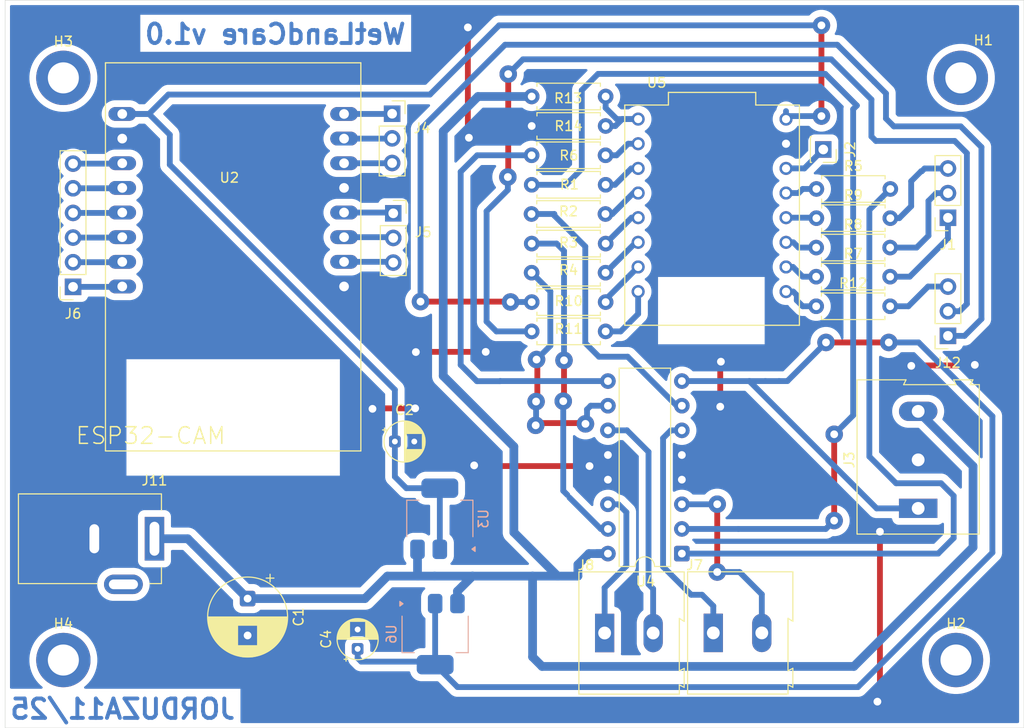
<source format=kicad_pcb>
(kicad_pcb (version 20241229) (generator "pcbnew") (generator_version "9.0")
  (layers (0 "F.Cu" signal) (2 "B.Cu" signal) (13 "F.Paste" user) (15 "B.Paste" user) (5 "F.SilkS" user "F.Silkscreen") (7 "B.SilkS" user "B.Silkscreen") (1 "F.Mask" user) (3 "B.Mask" user) (25 "Edge.Cuts" user))
  (net 0 "")
  (net 1 "GND")
  (net 2 "/5V_MCU")
  (net 3 "VCC")
  (net 4 "/5V_DRIVERS")
  (net 5 "Net-(U4-3A)")
  (net 6 "Net-(U4-4A)")
  (net 7 "Net-(J1-Pin_2)")
  (net 8 "Net-(U4-EN1,2)")
  (net 9 "Net-(U4-EN3,4)")
  (net 10 "Net-(U4-2A)")
  (net 11 "Net-(U4-1A)")
  (net 12 "Net-(J1-Pin_3)")
  (net 13 "Net-(J1-Pin_1)")
  (net 14 "Net-(J2-Pin_1)")
  (net 15 "/PWM_MR")
  (net 16 "/PWM_RR")
  (net 17 "/DI2_MR")
  (net 18 "Net-(J4-Pin_2)")
  (net 19 "/DI1_RL")
  (net 20 "/PWM_ML")
  (net 21 "/DI2_RR")
  (net 22 "/DI1_MR")
  (net 23 "/DI1_RR")
  (net 24 "/PWM_RL")
  (net 25 "Net-(J4-Pin_3)")
  (net 26 "/DI2_RL")
  (net 27 "/DI1_ML")
  (net 28 "/DI2_ML")
  (net 29 "Net-(J4-Pin_1)")
  (net 30 "Net-(J5-Pin_1)")
  (net 31 "Net-(J5-Pin_3)")
  (net 32 "Net-(J5-Pin_2)")
  (net 33 "Net-(J6-Pin_3)")
  (net 34 "Net-(J6-Pin_1)")
  (net 35 "Net-(J6-Pin_2)")
  (net 36 "Net-(J6-Pin_6)")
  (net 37 "Net-(J6-Pin_4)")
  (net 38 "Net-(J6-Pin_5)")
  (net 39 "Net-(J7-Pin_1)")
  (net 40 "Net-(J7-Pin_2)")
  (net 41 "Net-(J8-Pin_1)")
  (net 42 "Net-(J8-Pin_2)")
  (net 43 "Net-(J12-Pin_1)")
  (net 44 "Net-(J12-Pin_3)")
  (net 45 "Net-(J12-Pin_2)")
  (net 46 "/BAT_LVL_SENS")
  (footprint "Capacitor_THT:CP_Radial_D8.0mm_P3.80mm" (layer "F.Cu") (at 169.99 94.167349 -90)
    (property "Reference" "C1")
    (property "Value" "470uF")
  )
  (footprint "Resistor_THT:R_Axial_DIN0207_L6.3mm_D2.5mm_P7.62mm_Horizontal" (layer "F.Cu") (at 228.59 64.04)
    (property "Reference" "R12")
    (property "Value" "330R")
  )
  (footprint "Resistor_THT:R_Axial_DIN0207_L6.3mm_D2.5mm_P7.62mm_Horizontal" (layer "F.Cu") (at 206.89 51.52 180)
    (property "Reference" "R1")
    (property "Value" "330R")
  )
  (footprint "Connector_PinSocket_2.54mm:PinSocket_1x03_P2.54mm_Vertical" (layer "F.Cu") (at 242.17 67.09 180)
    (property "Reference" "J12")
    (property "Value" "M2MR1_CONTROL")
  )
  (footprint "Resistor_THT:R_Axial_DIN0207_L6.3mm_D2.5mm_P7.62mm_Horizontal" (layer "F.Cu") (at 228.59 57.99)
    (property "Reference" "R8")
    (property "Value" "330R")
  )
  (footprint "ESP32 C3 SuperMini:MODULE_ESP32-C3_SUPERMINI_TH" (layer "F.Cu") (at 217.86 54.65)
    (property "Reference" "U5")
    (property "Value" "ESP32-C3_SUPERMINI_TH")
  )
  (footprint "Connector_BarrelJack:BarrelJack_Kycon_KLDX-0202-xC_Horizontal" (layer "F.Cu") (at 160.39 88)
    (property "Reference" "J11")
    (property "Value" "Barrel_Jack_MountingPin")
  )
  (footprint "MountingHole:MountingHole_3.2mm_M3_DIN965_Pad" (layer "F.Cu") (at 243 100.5)
    (property "Reference" "H2")
    (property "Value" "MountingHole")
  )
  (footprint "Resistor_THT:R_Axial_DIN0207_L6.3mm_D2.5mm_P7.62mm_Horizontal" (layer "F.Cu") (at 206.88 60.58 180)
    (property "Reference" "R4")
    (property "Value" "330R")
  )
  (footprint "ESP32CAM:ESP32-CAM" (layer "F.Cu") (at 168.5 54.38)
    (property "Reference" "U2")
    (property "Value" "ESP32-CAM")
  )
  (footprint "MountingHole:MountingHole_3.2mm_M3_DIN965_Pad" (layer "F.Cu") (at 151 40.5)
    (property "Reference" "H3")
    (property "Value" "MountingHole")
  )
  (footprint "Resistor_THT:R_Axial_DIN0207_L6.3mm_D2.5mm_P7.62mm_Horizontal" (layer "F.Cu") (at 206.89 57.58 180)
    (property "Reference" "R3")
    (property "Value" "330R")
  )
  (footprint "MountingHole:MountingHole_3.2mm_M3_DIN965_Pad" (layer "F.Cu") (at 243.5 40.5)
    (property "Reference" "H1")
    (property "Value" "MountingHole" (hide yes))
  )
  (footprint "Resistor_THT:R_Axial_DIN0207_L6.3mm_D2.5mm_P7.62mm_Horizontal" (layer "F.Cu") (at 206.88 48.48 180)
    (property "Reference" "R6")
    (property "Value" "330R")
  )
  (footprint "Package_DIP:DIP-16_W7.62mm" (layer "F.Cu") (at 214.745 89.53 180)
    (property "Reference" "U4")
    (property "Value" "L293D")
  )
  (footprint "Resistor_THT:R_Axial_DIN0207_L6.3mm_D2.5mm_P7.62mm_Horizontal" (layer "F.Cu") (at 228.59 60.99)
    (property "Reference" "R7")
    (property "Value" "330R")
  )
  (footprint "Resistor_THT:R_Axial_DIN0207_L6.3mm_D2.5mm_P7.62mm_Horizontal" (layer "F.Cu") (at 206.89 63.61 180)
    (property "Reference" "R10")
    (property "Value" "330R")
  )
  (footprint "Connector_PinSocket_2.54mm:PinSocket_1x03_P2.54mm_Vertical" (layer "F.Cu") (at 184.885 44.195)
    (property "Reference" "J4")
    (property "Value" "Conn_01x03_Socket")
  )
  (footprint "Resistor_THT:R_Axial_DIN0207_L6.3mm_D2.5mm_P7.62mm_Horizontal" (layer "F.Cu") (at 228.61 54.96)
    (property "Reference" "R9")
    (property "Value" "330R")
  )
  (footprint "Connector_PinSocket_2.54mm:PinSocket_1x03_P2.54mm_Vertical" (layer "F.Cu") (at 185 54.46)
    (property "Reference" "J5")
    (property "Value" "Conn_01x03_Socket")
  )
  (footprint "TerminalBlock:TerminalBlock_Altech_AK300-3_P5.00mm" (layer "F.Cu") (at 239.1 84.87 90)
    (property "Reference" "J3")
    (property "Value" "Screw_Terminal_01x03")
  )
  (footprint "Connector_PinSocket_2.54mm:PinSocket_1x06_P2.54mm_Vertical" (layer "F.Cu") (at 152 62.04 180)
    (property "Reference" "J6")
    (property "Value" "Conn_01x06_Socket")
  )
  (footprint "Resistor_THT:R_Axial_DIN0207_L6.3mm_D2.5mm_P7.62mm_Horizontal" (layer "F.Cu") (at 206.89 45.46 180)
    (property "Reference" "R14")
    (property "Value" "150K")
  )
  (footprint "MountingHole:MountingHole_3.2mm_M3_DIN965_Pad" (layer "F.Cu") (at 151 100.5)
    (property "Reference" "H4")
    (property "Value" "MountingHole")
  )
  (footprint "TerminalBlock:TerminalBlock_Altech_AK300-2_P5.00mm" (layer "F.Cu") (at 217.985 97.705)
    (property "Reference" "J7")
    (property "Value" "M3RL1_BLOCK")
  )
  (footprint "TerminalBlock:TerminalBlock_Altech_AK300-2_P5.00mm" (layer "F.Cu") (at 206.785 97.715)
    (property "Reference" "J8")
    (property "Value" "M4RR1_BLOCK")
  )
  (footprint "Resistor_THT:R_Axial_DIN0207_L6.3mm_D2.5mm_P7.62mm_Horizontal" (layer "F.Cu") (at 206.87 54.53 180)
    (property "Reference" "R2")
    (property "Value" "330R")
  )
  (footprint "Resistor_THT:R_Axial_DIN0207_L6.3mm_D2.5mm_P7.62mm_Horizontal" (layer "F.Cu") (at 228.61 51.95)
    (property "Reference" "R5")
    (property "Value" "330R")
  )
  (footprint "Resistor_THT:R_Axial_DIN0207_L6.3mm_D2.5mm_P7.62mm_Horizontal" (layer "F.Cu") (at 206.89 66.63 180)
    (property "Reference" "R11")
    (property "Value" "330R")
  )
  (footprint "Capacitor_THT:CP_Radial_D4.0mm_P2.00mm" (layer "F.Cu") (at 185.167401 77.98)
    (property "Reference" "C2")
    (property "Value" "10uF")
  )
  (footprint "Capacitor_THT:CP_Radial_D4.0mm_P2.00mm" (layer "F.Cu") (at 181.33 99.35 90)
    (property "Reference" "C4")
    (property "Value" "10uF")
  )
  (footprint "Connector_PinSocket_2.54mm:PinSocket_1x01_P2.54mm_Vertical" (layer "F.Cu") (at 229.32 47.88 -90)
    (property "Reference" "J2")
    (property "Value" "Conn_01x01_Pin")
  )
  (footprint "Connector_PinSocket_2.54mm:PinSocket_1x03_P2.54mm_Vertical" (layer "F.Cu") (at 242.17 54.92 180)
    (property "Reference" "J1")
    (property "Value" "M1ML1_CONTROL")
  )
  (footprint "Resistor_THT:R_Axial_DIN0207_L6.3mm_D2.5mm_P7.62mm_Horizontal" (layer "F.Cu") (at 199.27 42.42)
    (property "Reference" "R13")
    (property "Value" "220K")
  )
  (footprint "Package_TO_SOT_SMD:SOT-223-3_TabPin2" (layer "B.Cu") (at 189.3175 97.83 -90)
    (property "Reference" "U6")
    (property "Value" "AMS1117-5.0")
  )
  (footprint "Package_TO_SOT_SMD:SOT-223-3_TabPin2" (layer "B.Cu") (at 189.8 85.94 90)
    (property "Reference" "U3")
    (property "Value" "AMS1117-5.0")
  )
  (gr_rect (start 145 32.5) (end 250 107.5) (stroke (width 0.05)) (fill no) (layer "Edge.Cuts"))
  (gr_text "JORDUZA11/25" (at 157.11 105.56 0) (layer "B.Cu") (effects (font (size 2 2) (thickness 0.4) (bold yes)) (justify mirror)))
  (gr_text "WetLandCare v1.0" (at 172.84 37.17 0) (layer "B.Cu") (effects (font (size 2 2) (thickness 0.4) (bold yes)) (justify bottom mirror)))
  (segment (start 192.69 46.564141) (end 192.69 35.3) (width 0.6) (layer "F.Cu") (net 1))
  (segment (start 238.43 70.14) (end 238.39 70.18) (width 0.6) (layer "F.Cu") (net 1))
  (segment (start 244.94 70.08) (end 244.88 70.14) (width 0.6) (layer "F.Cu") (net 1))
  (segment (start 192.796921 46.671062) (end 192.69 46.564141) (width 0.6) (layer "F.Cu") (net 1))
  (segment (start 187.35 68.74) (end 187.33 68.76) (width 0.6) (layer "F.Cu") (net 1))
  (segment (start 235.16 87.27) (end 235.16 104.53) (width 0.6) (layer "F.Cu") (net 1))
  (segment (start 244.88 70.14) (end 238.43 70.14) (width 0.6) (layer "F.Cu") (net 1))
  (segment (start 193.41 80.51) (end 193.34 80.44) (width 0.6) (layer "F.Cu") (net 1))
  (segment (start 235.16 104.53) (end 234.9 104.79) (width 0.6) (layer "F.Cu") (net 1))
  (segment (start 205.23 80.51) (end 193.41 80.51) (width 0.6) (layer "F.Cu") (net 1))
  (segment (start 218.7 69.82) (end 218.77 69.75) (width 0.6) (layer "F.Cu") (net 1))
  (segment (start 187.26 74.56) (end 182.91 74.56) (width 0.6) (layer "F.Cu") (net 1))
  (segment (start 194.53 68.74) (end 187.35 68.74) (width 0.6) (layer "F.Cu") (net 1))
  (segment (start 218.7 74.39) (end 218.7 69.82) (width 0.6) (layer "F.Cu") (net 1))
  (segment (start 182.91 74.56) (end 182.86 74.61) (width 0.6) (layer "F.Cu") (net 1))
  (via (at 238.39 70.18) (size 1.8) (drill 0.8) (layers "F.Cu" "B.Cu") (net 1))
  (via (at 234.9 104.79) (size 1.8) (drill 0.8) (layers "F.Cu" "B.Cu") (net 1))
  (via (at 194.53 68.74) (size 1.8) (drill 0.8) (layers "F.Cu" "B.Cu") (net 1))
  (via (at 244.94 70.08) (size 1.8) (drill 0.8) (layers "F.Cu" "B.Cu") (net 1))
  (via (at 192.796921 46.671062) (size 1.8) (drill 0.8) (layers "F.Cu" "B.Cu") (net 1))
  (via (at 187.33 68.76) (size 1.8) (drill 0.8) (layers "F.Cu" "B.Cu") (net 1))
  (via (at 182.86 74.61) (size 1.8) (drill 0.8) (layers "F.Cu" "B.Cu") (net 1))
  (via (at 218.7 74.39) (size 1.8) (drill 0.8) (layers "F.Cu" "B.Cu") (net 1))
  (via (at 192.69 35.3) (size 1.8) (drill 0.8) (layers "F.Cu" "B.Cu") (net 1))
  (via (at 235.16 87.27) (size 1.8) (drill 0.8) (layers "F.Cu" "B.Cu") (net 1))
  (via (at 187.26 74.56) (size 1.8) (drill 0.8) (layers "F.Cu" "B.Cu") (net 1))
  (via (at 218.77 69.75) (size 1.8) (drill 0.8) (layers "F.Cu" "B.Cu") (net 1))
  (via (at 205.23 80.51) (size 1.8) (drill 0.8) (layers "F.Cu" "B.Cu") (net 1))
  (via (at 193.34 80.44) (size 1.8) (drill 0.8) (layers "F.Cu" "B.Cu") (net 1))
  (segment (start 187.167401 74.652599) (end 187.26 74.56) (width 0.6) (layer "B.Cu") (net 1))
  (segment (start 207.125 79.37) (end 206.37 79.37) (width 0.6) (layer "B.Cu") (net 1))
  (segment (start 229.13 35.088) (end 229.13 44.44) (width 0.6) (layer "F.Cu") (net 2))
  (via (at 229.13 44.44) (size 1.8) (drill 0.8) (layers "F.Cu" "B.Cu") (net 2))
  (via (at 229.13 35.088) (size 1.8) (drill 0.8) (layers "F.Cu" "B.Cu") (net 2))
  (segment (start 185.167401 77.98) (end 185.167401 78.082599) (width 0.6) (layer "B.Cu") (net 2))
  (segment (start 189.8 82.79) (end 189.8 89.09) (width 0.6) (layer "B.Cu") (net 2))
  (segment (start 161.82 42.22) (end 159.82 44.22) (width 0.6) (layer "B.Cu") (net 2))
  (segment (start 161.97 49.45) (end 185.167401 72.647401) (width 0.6) (layer "B.Cu") (net 2))
  (segment (start 185.167401 81.607401) (end 186.35 82.79) (width 0.6) (layer "B.Cu") (net 2))
  (segment (start 225.79 44.44) (end 225.48 44.75) (width 0.6) (layer "B.Cu") (net 2))
  (segment (start 225.48 44.75) (end 225.48 43.93) (width 0.6) (layer "B.Cu") (net 2))
  (segment (start 229.13 35.088) (end 195.912 35.088) (width 0.6) (layer "B.Cu") (net 2))
  (segment (start 186.35 82.79) (end 189.8 82.79) (width 0.6) (layer "B.Cu") (net 2))
  (segment (start 188.78 42.22) (end 161.82 42.22) (width 0.6) (layer "B.Cu") (net 2))
  (segment (start 157.07 44.22) (end 159.83 44.22) (width 0.6) (layer "B.Cu") (net 2))
  (segment (start 159.83 44.22) (end 161.97 46.36) (width 0.6) (layer "B.Cu") (net 2))
  (segment (start 185.167401 72.647401) (end 185.167401 77.98) (width 0.6) (layer "B.Cu") (net 2))
  (segment (start 185.167401 78.082599) (end 185.1 78.15) (width 0.6) (layer "B.Cu") (net 2))
  (segment (start 161.97 46.36) (end 161.97 49.45) (width 0.6) (layer "B.Cu") (net 2))
  (segment (start 195.912 35.088) (end 188.78 42.22) (width 0.6) (layer "B.Cu") (net 2))
  (segment (start 159.82 44.22) (end 157.07 44.22) (width 0.6) (layer "B.Cu") (net 2))
  (segment (start 229.13 44.44) (end 225.79 44.44) (width 0.6) (layer "B.Cu") (net 2))
  (segment (start 185.167401 77.98) (end 185.167401 81.607401) (width 0.6) (layer "B.Cu") (net 2))
  (segment (start 193.736394 42.42) (end 190.15 46.006394) (width 0.9) (layer "B.Cu") (net 3))
  (segment (start 199.36 91.85) (end 201.94 91.85) (width 0.9) (layer "B.Cu") (net 3))
  (segment (start 191.6175 94.68) (end 191.8175 94.88) (width 0.9) (layer "B.Cu") (net 3))
  (segment (start 199.27 42.42) (end 193.736394 42.42) (width 0.9) (layer "B.Cu") (net 3))
  (segment (start 205.99363 89.53) (end 207.125 89.53) (width 0.9) (layer "B.Cu") (net 3))
  (segment (start 204.03 91.85) (end 204.03 90.67) (width 0.9) (layer "B.Cu") (net 3))
  (segment (start 190.15 46.006394) (end 190.15 71.22) (width 0.9) (layer "B.Cu") (net 3))
  (segment (start 169.99 94.167349) (end 182.082651 94.167349) (width 0.9) (layer "B.Cu") (net 3))
  (segment (start 191.6175 93.4025) (end 193.17 91.85) (width 0.9) (layer "B.Cu") (net 3))
  (segment (start 163.82265 88) (end 164.436325 88.613675) (width 0.9) (layer "B.Cu") (net 3))
  (segment (start 197.43 78.5) (end 197.43 87.34) (width 0.9) (layer "B.Cu") (net 3))
  (segment (start 182.082651 94.167349) (end 184.4 91.85) (width 0.9) (layer "B.Cu") (net 3))
  (segment (start 164.436325 88.613675) (end 169.99 94.167349) (width 0.9) (layer "B.Cu") (net 3))
  (segment (start 201.94 91.85) (end 204.03 91.85) (width 0.9) (layer "B.Cu") (net 3))
  (segment (start 200.34 101.16) (end 232.473002 101.16) (width 0.9) (layer "B.Cu") (net 3))
  (segment (start 184.4 91.85) (end 187.54 91.85) (width 0.9) (layer "B.Cu") (net 3))
  (segment (start 205.17 89.53) (end 207.125 89.53) (width 0.9) (layer "B.Cu") (net 3))
  (segment (start 232.473002 101.16) (end 244.755657 88.877345) (width 0.9) (layer "B.Cu") (net 3))
  (segment (start 204.03 90.67) (end 205.17 89.53) (width 0.9) (layer "B.Cu") (net 3))
  (segment (start 187.5 89.09) (end 187.5 91.81) (width 0.9) (layer "B.Cu") (net 3))
  (segment (start 199.36 100.18) (end 200.34 101.16) (width 0.9) (layer "B.Cu") (net 3))
  (segment (start 193.17 91.85) (end 199.36 91.85) (width 0.9) (layer "B.Cu") (net 3))
  (segment (start 189.26 91.85) (end 193.17 91.85) (width 0.9) (layer "B.Cu") (net 3))
  (segment (start 244.755657 80.525657) (end 239.1 74.87) (width 0.9) (layer "B.Cu") (net 3))
  (segment (start 190.15 71.22) (end 197.43 78.5) (width 0.9) (layer "B.Cu") (net 3))
  (segment (start 191.6175 94.68) (end 191.6175 93.4025) (width 0.9) (layer "B.Cu") (net 3))
  (segment (start 244.755657 88.877345) (end 244.755657 80.525657) (width 0.9) (layer "B.Cu") (net 3))
  (segment (start 199.36 91.85) (end 199.36 100.18) (width 0.9) (layer "B.Cu") (net 3))
  (segment (start 187.54 91.85) (end 189.26 91.85) (width 0.9) (layer "B.Cu") (net 3))
  (segment (start 160.39 88) (end 163.82265 88) (width 0.9) (layer "B.Cu") (net 3))
  (segment (start 187.5 91.81) (end 187.54 91.85) (width 0.9) (layer "B.Cu") (net 3))
  (segment (start 197.43 87.34) (end 201.94 91.85) (width 0.9) (layer "B.Cu") (net 3))
  (segment (start 229.6 67.77) (end 236.07 67.77) (width 0.6) (layer "F.Cu") (net 4))
  (via (at 229.6 67.77) (size 1.8) (drill 0.8) (layers "F.Cu" "B.Cu") (net 4))
  (via (at 236.07 67.77) (size 1.8) (drill 0.8) (layers "F.Cu" "B.Cu") (net 4))
  (segment (start 224.77 71.75) (end 225.62 71.75) (width 0.6) (layer "B.Cu") (net 4))
  (segment (start 239.148 67.77) (end 246.75 75.372) (width 0.6) (layer "B.Cu") (net 4))
  (segment (start 191.6275 103.29) (end 189.3175 100.98) (width 0.6) (layer "B.Cu") (net 4))
  (segment (start 181.33 100.293838) (end 181.7 100.663838) (width 0.6) (layer "B.Cu") (net 4))
  (segment (start 189.2001 100.8626) (end 189.3175 100.98) (width 0.6) (layer "B.Cu") (net 4))
  (segment (start 214.745 71.75) (end 221.7 71.75) (width 0.6) (layer "B.Cu") (net 4))
  (segment (start 223.35 71.75) (end 224.77 71.75) (width 0.6) (layer "B.Cu") (net 4))
  (segment (start 189.3175 94.68) (end 189.3175 100.98) (width 0.6) (layer "B.Cu") (net 4))
  (segment (start 181.33 99.35) (end 181.33 100.293838) (width 0.6) (layer "B.Cu") (net 4))
  (segment (start 221.7 71.75) (end 234.82 84.87) (width 0.6) (layer "B.Cu") (net 4))
  (segment (start 181.7 100.663838) (end 189.001338 100.663838) (width 0.6) (layer "B.Cu") (net 4))
  (segment (start 189.001338 100.663838) (end 189.3175 100.98) (width 0.6) (layer "B.Cu") (net 4))
  (segment (start 246.75 89.43) (end 232.89 103.29) (width 0.6) (layer "B.Cu") (net 4))
  (segment (start 221.7 71.75) (end 223.35 71.75) (width 0.6) (layer "B.Cu") (net 4))
  (segment (start 246.75 75.372) (end 246.75 89.43) (width 0.6) (layer "B.Cu") (net 4))
  (segment (start 239.1 84.87) (end 237.56 84.87) (width 0.6) (layer "B.Cu") (net 4))
  (segment (start 232.89 103.29) (end 191.6275 103.29) (width 0.6) (layer "B.Cu") (net 4))
  (segment (start 225.62 71.75) (end 229.6 67.77) (width 0.6) (layer "B.Cu") (net 4))
  (segment (start 234.82 84.87) (end 239.1 84.87) (width 0.6) (layer "B.Cu") (net 4))
  (segment (start 236.07 67.77) (end 239.148 67.77) (width 0.6) (layer "B.Cu") (net 4))
  (segment (start 199.85 69.61) (end 199.77 69.53) (width 0.6) (layer "F.Cu") (net 5))
  (segment (start 199.72 73.86) (end 199.85 73.73) (width 0.6) (layer "F.Cu") (net 5))
  (segment (start 199.68 76.31) (end 199.91 76.08) (width 0.6) (layer "F.Cu") (net 5))
  (segment (start 204.73 76.08) (end 204.81 76.16) (width 0.6) (layer "F.Cu") (net 5))
  (segment (start 199.91 76.08) (end 204.73 76.08) (width 0.6) (layer "F.Cu") (net 5))
  (segment (start 199.85 73.73) (end 199.85 69.61) (width 0.6) (layer "F.Cu") (net 5))
  (via (at 204.81 76.16) (size 1.8) (drill 0.8) (layers "F.Cu" "B.Cu") (net 5))
  (via (at 199.68 76.31) (size 1.8) (drill 0.8) (layers "F.Cu" "B.Cu") (net 5))
  (via (at 199.77 69.53) (size 1.8) (drill 0.8) (layers "F.Cu" "B.Cu") (net 5))
  (via (at 199.72 73.86) (size 1.8) (drill 0.8) (layers "F.Cu" "B.Cu") (net 5))
  (segment (start 204.97 74.67) (end 205.35 74.29) (width 0.6) (layer "B.Cu") (net 5))
  (segment (start 199.77 69.53) (end 201.19 68.11) (width 0.6) (layer "B.Cu") (net 5))
  (segment (start 204.97 76) (end 204.97 74.67) (width 0.6) (layer "B.Cu") (net 5))
  (segment (start 199.72 76.27) (end 199.72 73.86) (width 0.6) (layer "B.Cu") (net 5))
  (segment (start 199.68 76.31) (end 199.72 76.27) (width 0.6) (layer "B.Cu") (net 5))
  (segment (start 201.19 62.51) (end 199.26 60.58) (width 0.6) (layer "B.Cu") (net 5))
  (segment (start 204.81 76.16) (end 204.97 76) (width 0.6) (layer "B.Cu") (net 5))
  (segment (start 205.35 74.29) (end 207.125 74.29) (width 0.6) (layer "B.Cu") (net 5))
  (segment (start 201.19 68.11) (end 201.19 62.51) (width 0.6) (layer "B.Cu") (net 5))
  (segment (start 202.52 73.13) (end 202.6 73.05) (width 0.6) (layer "F.Cu") (net 6))
  (segment (start 202.52 73.82) (end 202.52 73.13) (width 0.6) (layer "F.Cu") (net 6))
  (segment (start 202.6 73.05) (end 202.6 69.61) (width 0.6) (layer "F.Cu") (net 6))
  (via (at 202.6 69.61) (size 1.8) (drill 0.8) (layers "F.Cu" "B.Cu") (net 6))
  (via (at 202.52 73.82) (size 1.8) (drill 0.8) (layers "F.Cu" "B.Cu") (net 6))
  (segment (start 203.159 83.759) (end 206.39 86.99) (width 0.6) (layer "B.Cu") (net 6))
  (segment (start 202.52 73.82) (end 202.52 83.06) (width 0.6) (layer "B.Cu") (net 6))
  (segment (start 201.84 57.58) (end 202.6 58.34) (width 0.6) (layer "B.Cu") (net 6))
  (segment (start 206.39 86.99) (end 207.125 86.99) (width 0.6) (layer "B.Cu") (net 6))
  (segment (start 201.84 57.58) (end 199.27 57.58) (width 0.6) (layer "B.Cu") (net 6))
  (segment (start 202.6 69.61) (end 202.96 69.61) (width 0.6) (layer "B.Cu") (net 6))
  (segment (start 202.52 73.82) (end 202.948 73.82) (width 0.6) (layer "B.Cu") (net 6))
  (segment (start 202.6 58.34) (end 202.6 69.61) (width 0.6) (layer "B.Cu") (net 6))
  (segment (start 202.52 83.06) (end 202.94 83.48) (width 0.6) (layer "B.Cu") (net 6))
  (segment (start 240.16 56.77) (end 238.94 57.99) (width 0.6) (layer "B.Cu") (net 7))
  (segment (start 238.94 57.99) (end 236.21 57.99) (width 0.6) (layer "B.Cu") (net 7))
  (segment (start 242.17 52.38) (end 240.967919 52.38) (width 0.6) (layer "B.Cu") (net 7))
  (segment (start 240.967919 52.38) (end 240.16 53.187919) (width 0.6) (layer "B.Cu") (net 7))
  (segment (start 240.16 53.187919) (end 240.16 56.77) (width 0.6) (layer "B.Cu") (net 7))
  (segment (start 236.82 82.28) (end 241.46 82.28) (width 0.6) (layer "B.Cu") (net 8))
  (segment (start 242.76 87.93) (end 241.16 89.53) (width 0.6) (layer "B.Cu") (net 8))
  (segment (start 241.46 82.28) (end 242.76 83.58) (width 0.6) (layer "B.Cu") (net 8))
  (segment (start 241.16 89.53) (end 214.745 89.53) (width 0.6) (layer "B.Cu") (net 8))
  (segment (start 234.07 79.53) (end 236.82 82.28) (width 0.6) (layer "B.Cu") (net 8))
  (segment (start 234.07 54.11) (end 234.07 79.53) (width 0.6) (layer "B.Cu") (net 8))
  (segment (start 236.23 51.95) (end 234.07 54.11) (width 0.6) (layer "B.Cu") (net 8))
  (segment (start 242.76 83.58) (end 242.76 87.93) (width 0.6) (layer "B.Cu") (net 8))
  (segment (start 191.95 70.09) (end 193.62 71.76) (width 0.6) (layer "B.Cu") (net 9))
  (segment (start 191.95 50.18) (end 191.95 70.09) (width 0.6) (layer "B.Cu") (net 9))
  (segment (start 193.65 48.48) (end 191.95 50.18) (width 0.6) (layer "B.Cu") (net 9))
  (segment (start 199.26 48.48) (end 193.65 48.48) (width 0.6) (layer "B.Cu") (net 9))
  (segment (start 196.03 71.75) (end 207.125 71.75) (width 0.6) (layer "B.Cu") (net 9))
  (segment (start 193.62 71.76) (end 196.02 71.76) (width 0.6) (layer "B.Cu") (net 9))
  (segment (start 196.02 71.76) (end 196.03 71.75) (width 0.6) (layer "B.Cu") (net 9))
  (segment (start 204.791 67.831) (end 206.2 69.24) (width 0.6) (layer "B.Cu") (net 10))
  (segment (start 201.6 54.688) (end 204.791 57.879) (width 0.6) (layer "B.Cu") (net 10))
  (segment (start 209.16 69.24) (end 214.21 74.29) (width 0.6) (layer "B.Cu") (net 10))
  (segment (start 201.6 54.53) (end 201.6 54.688) (width 0.6) (layer "B.Cu") (net 10))
  (segment (start 204.791 57.879) (end 204.791 67.831) (width 0.6) (layer "B.Cu") (net 10))
  (segment (start 206.2 69.24) (end 209.16 69.24) (width 0.6) (layer "B.Cu") (net 10))
  (segment (start 214.21 74.29) (end 214.745 74.29) (width 0.6) (layer "B.Cu") (net 10))
  (segment (start 199.25 54.53) (end 201.6 54.53) (width 0.6) (layer "B.Cu") (net 10))
  (segment (start 230.445 86.125) (end 230.445 77.235) (width 0.6) (layer "F.Cu") (net 11))
  (segment (start 230.44 86.13) (end 230.445 86.125) (width 0.6) (layer "F.Cu") (net 11))
  (via (at 230.445 77.235) (size 1.8) (drill 0.8) (layers "F.Cu" "B.Cu") (net 11))
  (via (at 230.44 86.13) (size 1.8) (drill 0.8) (layers "F.Cu" "B.Cu") (net 11))
  (segment (start 202.68 51.52) (end 202.74 51.58) (width 0.6) (layer "B.Cu") (net 11))
  (segment (start 204.43 49.89) (end 204.43 41.77) (width 0.6) (layer "B.Cu") (net 11))
  (segment (start 232.4 43.73) (end 232.4 75.28) (width 0.6) (layer "B.Cu") (net 11))
  (segment (start 229.52 40.09) (end 232.78 43.35) (width 0.6) (layer "B.Cu") (net 11))
  (segment (start 232.78 43.35) (end 232.4 43.73) (width 0.6) (layer "B.Cu") (net 11))
  (segment (start 199.27 51.52) (end 202.68 51.52) (width 0.6) (layer "B.Cu") (net 11))
  (segment (start 202.74 51.58) (end 204.43 49.89) (width 0.6) (layer "B.Cu") (net 11))
  (segment (start 232.4 75.28) (end 230.445 77.235) (width 0.6) (layer "B.Cu") (net 11))
  (segment (start 220.58 86.99) (end 229.58 86.99) (width 0.6) (layer "B.Cu") (net 11))
  (segment (start 220.58 86.99) (end 214.745 86.99) (width 0.6) (layer "B.Cu") (net 11))
  (segment (start 229.58 86.99) (end 230.44 86.13) (width 0.6) (layer "B.Cu") (net 11))
  (segment (start 206.11 40.09) (end 229.52 40.09) (width 0.6) (layer "B.Cu") (net 11))
  (segment (start 204.43 41.77) (end 206.11 40.09) (width 0.6) (layer "B.Cu") (net 11))
  (segment (start 236.23 54.96) (end 237.15 54.96) (width 0.6) (layer "B.Cu") (net 12))
  (segment (start 239.76 49.84) (end 242.17 49.84) (width 0.6) (layer "B.Cu") (net 12))
  (segment (start 239.41 50.12) (end 239.48 50.12) (width 0.6) (layer "B.Cu") (net 12))
  (segment (start 237.15 54.96) (end 238.38 53.73) (width 0.6) (layer "B.Cu") (net 12))
  (segment (start 239.48 50.12) (end 239.76 49.84) (width 0.6) (layer "B.Cu") (net 12))
  (segment (start 238.38 51.15) (end 239.41 50.12) (width 0.6) (layer "B.Cu") (net 12))
  (segment (start 238.38 53.73) (end 238.38 51.15) (width 0.6) (layer "B.Cu") (net 12))
  (segment (start 242.17 57.05) (end 238.23 60.99) (width 0.6) (layer "B.Cu") (net 13))
  (segment (start 238.23 60.99) (end 236.21 60.99) (width 0.6) (layer "B.Cu") (net 13))
  (segment (start 242.17 54.92) (end 242.17 57.05) (width 0.6) (layer "B.Cu") (net 13))
  (segment (start 225.48 49.83) (end 227.37 49.83) (width 0.6) (layer "B.Cu") (net 14))
  (segment (start 227.37 49.83) (end 229.32 47.88) (width 0.6) (layer "B.Cu") (net 14))
  (segment (start 225.48 62.53) (end 226.22 62.53) (width 0.6) (layer "B.Cu") (net 15))
  (segment (start 226.59 63.43) (end 227.2 64.04) (width 0.6) (layer "B.Cu") (net 15))
  (segment (start 226.22 62.53) (end 226.59 62.9) (width 0.6) (layer "B.Cu") (net 15))
  (segment (start 227.2 64.04) (end 228.59 64.04) (width 0.6) (layer "B.Cu") (net 15))
  (segment (start 226.59 62.9) (end 226.59 63.43) (width 0.6) (layer "B.Cu") (net 15))
  (segment (start 209.21 47.29) (end 208.02 48.48) (width 0.6) (layer "B.Cu") (net 16))
  (segment (start 210.24 47.29) (end 209.21 47.29) (width 0.6) (layer "B.Cu") (net 16))
  (segment (start 208.02 48.48) (end 206.88 48.48) (width 0.6) (layer "B.Cu") (net 16))
  (segment (start 210.24 64.83) (end 210.24 62.53) (width 0.6) (layer "B.Cu") (net 17))
  (segment (start 208.44 66.63) (end 210.24 64.83) (width 0.6) (layer "B.Cu") (net 17))
  (segment (start 206.89 66.63) (end 208.44 66.63) (width 0.6) (layer "B.Cu") (net 17))
  (segment (start 179.93 46.76) (end 184.86 46.76) (width 0.6) (layer "B.Cu") (net 18))
  (segment (start 184.86 46.76) (end 184.885 46.735) (width 0.6) (layer "B.Cu") (net 18))
  (segment (start 209.54 49.83) (end 207.85 51.52) (width 0.6) (layer "B.Cu") (net 19))
  (segment (start 207.85 51.52) (end 206.89 51.52) (width 0.6) (layer "B.Cu") (net 19))
  (segment (start 209.54 49.83) (end 210.24 49.83) (width 0.6) (layer "B.Cu") (net 19))
  (segment (start 228.56 54.91) (end 228.61 54.96) (width 0.6) (layer "B.Cu") (net 20))
  (segment (start 225.48 54.91) (end 228.56 54.91) (width 0.6) (layer "B.Cu") (net 20))
  (segment (start 210.24 54.91) (end 209.56 54.91) (width 0.6) (layer "B.Cu") (net 21))
  (segment (start 209.56 54.91) (end 206.89 57.58) (width 0.6) (layer "B.Cu") (net 21))
  (segment (start 210.24 59.99) (end 206.89 63.34) (width 0.6) (layer "B.Cu") (net 22))
  (segment (start 206.89 63.34) (end 206.89 63.61) (width 0.6) (layer "B.Cu") (net 22))
  (segment (start 210.24 57.45) (end 210.01 57.45) (width 0.6) (layer "B.Cu") (net 23))
  (segment (start 210.01 57.45) (end 206.88 60.58) (width 0.6) (layer "B.Cu") (net 23))
  (segment (start 227.2 51.95) (end 228.61 51.95) (width 0.6) (layer "B.Cu") (net 24))
  (segment (start 225.48 52.37) (end 226.78 52.37) (width 0.6) (layer "B.Cu") (net 24))
  (segment (start 226.78 52.37) (end 227.2 51.95) (width 0.6) (layer "B.Cu") (net 24))
  (segment (start 179.93 49.3) (end 184.86 49.3) (width 0.6) (layer "B.Cu") (net 25))
  (segment (start 184.86 49.3) (end 184.885 49.275) (width 0.6) (layer "B.Cu") (net 25))
  (segment (start 207.58 54.53) (end 209.74 52.37) (width 0.6) (layer "B.Cu") (net 26))
  (segment (start 209.74 52.37) (end 210.24 52.37) (width 0.6) (layer "B.Cu") (net 26))
  (segment (start 206.87 54.53) (end 207.58 54.53) (width 0.6) (layer "B.Cu") (net 26))
  (segment (start 226.2 59.99) (end 227.2 60.99) (width 0.6) (layer "B.Cu") (net 27))
  (segment (start 225.48 59.99) (end 226.2 59.99) (width 0.6) (layer "B.Cu") (net 27))
  (segment (start 227.2 60.99) (end 228.59 60.99) (width 0.6) (layer "B.Cu") (net 27))
  (segment (start 226.77 57.99) (end 228.59 57.99) (width 0.6) (layer "B.Cu") (net 28))
  (segment (start 225.48 57.45) (end 226.23 57.45) (width 0.6) (layer "B.Cu") (net 28))
  (segment (start 226.23 57.45) (end 226.77 57.99) (width 0.6) (layer "B.Cu") (net 28))
  (segment (start 184.86 44.22) (end 184.885 44.195) (width 0.6) (layer "B.Cu") (net 29))
  (segment (start 179.93 44.22) (end 184.86 44.22) (width 0.6) (layer "B.Cu") (net 29))
  (segment (start 179.93 54.38) (end 184.92 54.38) (width 0.6) (layer "B.Cu") (net 30))
  (segment (start 184.92 54.38) (end 185 54.46) (width 0.6) (layer "B.Cu") (net 30))
  (segment (start 184.92 59.46) (end 185 59.54) (width 0.6) (layer "B.Cu") (net 31))
  (segment (start 179.93 59.46) (end 184.92 59.46) (width 0.6) (layer "B.Cu") (net 31))
  (segment (start 184.92 56.92) (end 185 57) (width 0.6) (layer "B.Cu") (net 32))
  (segment (start 179.93 56.92) (end 184.92 56.92) (width 0.6) (layer "B.Cu") (net 32))
  (segment (start 152 56.96) (end 157.03 56.96) (width 0.6) (layer "B.Cu") (net 33))
  (segment (start 157.03 56.96) (end 157.07 56.92) (width 0.6) (layer "B.Cu") (net 33))
  (segment (start 152 62.04) (end 157.03 62.04) (width 0.6) (layer "B.Cu") (net 34))
  (segment (start 157.03 62.04) (end 157.07 62) (width 0.6) (layer "B.Cu") (net 34))
  (segment (start 157.03 59.5) (end 157.07 59.46) (width 0.6) (layer "B.Cu") (net 35))
  (segment (start 152 59.5) (end 157.03 59.5) (width 0.6) (layer "B.Cu") (net 35))
  (segment (start 157.03 49.34) (end 157.07 49.3) (width 0.6) (layer "B.Cu") (net 36))
  (segment (start 152 49.34) (end 157.03 49.34) (width 0.6) (layer "B.Cu") (net 36))
  (segment (start 152 54.42) (end 157.03 54.42) (width 0.6) (layer "B.Cu") (net 37))
  (segment (start 157.03 54.42) (end 157.07 54.38) (width 0.6) (layer "B.Cu") (net 37))
  (segment (start 157.03 51.88) (end 157.07 51.84) (width 0.6) (layer "B.Cu") (net 38))
  (segment (start 152 51.88) (end 157.03 51.88) (width 0.6) (layer "B.Cu") (net 38))
  (segment (start 212.81 90.88) (end 215.705 93.775) (width 0.6) (layer "B.Cu") (net 39))
  (segment (start 213.61363 76.83) (end 212.81 77.63363) (width 0.6) (layer "B.Cu") (net 39))
  (segment (start 216.83 93.775) (end 217.985 94.93) (width 0.6) (layer "B.Cu") (net 39))
  (segment (start 215.705 93.775) (end 216.83 93.775) (width 0.6) (layer "B.Cu") (net 39))
  (segment (start 212.81 77.63363) (end 212.81 90.88) (width 0.6) (layer "B.Cu") (net 39))
  (segment (start 217.985 94.93) (end 217.985 97.705) (width 0.6) (layer "B.Cu") (net 39))
  (segment (start 214.745 76.83) (end 213.61363 76.83) (width 0.6) (layer "B.Cu") (net 39))
  (segment (start 218.39 84.44) (end 218.39 91.43) (width 0.6) (layer "F.Cu") (net 40))
  (via (at 218.39 84.44) (size 1.8) (drill 0.8) (layers "F.Cu" "B.Cu") (net 40))
  (via (at 218.39 91.43) (size 1.8) (drill 0.8) (layers "F.Cu" "B.Cu") (net 40))
  (segment (start 218.39 91.43) (end 220.685 91.43) (width 0.6) (layer "B.Cu") (net 40))
  (segment (start 220.685 91.43) (end 222.985 93.73) (width 0.6) (layer "B.Cu") (net 40))
  (segment (start 222.985 93.73) (end 222.985 97.705) (width 0.6) (layer "B.Cu") (net 40))
  (segment (start 218.38 84.45) (end 218.39 84.44) (width 0.6) (layer "B.Cu") (net 40))
  (segment (start 214.745 84.45) (end 218.38 84.45) (width 0.6) (layer "B.Cu") (net 40))
  (segment (start 206.785 93.045) (end 206.785 97.715) (width 0.6) (layer "B.Cu") (net 41))
  (segment (start 207.125 84.45) (end 208.21 84.45) (width 0.6) (layer "B.Cu") (net 41))
  (segment (start 209.026 85.266) (end 209.026 90.804) (width 0.6) (layer "B.Cu") (net 41))
  (segment (start 208.21 84.45) (end 209.026 85.266) (width 0.6) (layer "B.Cu") (net 41))
  (segment (start 209.026 90.804) (end 206.785 93.045) (width 0.6) (layer "B.Cu") (net 41))
  (segment (start 211.309 97.239) (end 211.785 97.715) (width 0.6) (layer "B.Cu") (net 42))
  (segment (start 209.08 76.82) (end 211.309 79.049) (width 0.6) (layer "B.Cu") (net 42))
  (segment (start 209.07 76.83) (end 209.08 76.82) (width 0.6) (layer "B.Cu") (net 42))
  (segment (start 211.309 79.049) (end 211.309 92.689) (width 0.6) (layer "B.Cu") (net 42))
  (segment (start 211.785 93.165) (end 211.785 97.715) (width 0.6) (layer "B.Cu") (net 42))
  (segment (start 211.309 92.689) (end 211.785 93.165) (width 0.6) (layer "B.Cu") (net 42))
  (segment (start 207.125 76.83) (end 209.07 76.83) (width 0.6) (layer "B.Cu") (net 42))
  (segment (start 197.05 63.56) (end 197.09 63.6) (width 0.6) (layer "F.Cu") (net 43))
  (segment (start 187.81 63.56) (end 197.05 63.56) (width 0.6) (layer "F.Cu") (net 43))
  (via (at 197.09 63.6) (size 1.8) (drill 0.8) (layers "F.Cu" "B.Cu") (net 43))
  (via (at 187.81 63.56) (size 1.8) (drill 0.8) (layers "F.Cu" "B.Cu") (net 43))
  (segment (start 235.782 44.69) (end 236.591 45.499) (width 0.6) (layer "B.Cu") (net 43))
  (segment (start 235.782 42.106531) (end 235.782 44.69) (width 0.6) (layer "B.Cu") (net 43))
  (segment (start 243.481735 45.499) (end 245.622 47.639266) (width 0.6) (layer "B.Cu") (net 43))
  (segment (start 196.521396 37.088) (end 230.763468 37.088) (width 0.6) (layer "B.Cu") (net 43))
  (segment (start 236.591 45.499) (end 243.481735 45.499) (width 0.6) (layer "B.Cu") (net 43))
  (segment (start 245.622 47.639266) (end 245.622 65.348) (width 0.6) (layer "B.Cu") (net 43))
  (segment (start 199.26 63.6) (end 199.27 63.61) (width 0.6) (layer "B.Cu") (net 43))
  (segment (start 243.88 67.09) (end 242.17 67.09) (width 0.6) (layer "B.Cu") (net 43))
  (segment (start 230.763468 37.088) (end 234.577735 40.902265) (width 0.6) (layer "B.Cu") (net 43))
  (segment (start 245.622 65.348) (end 243.88 67.09) (width 0.6) (layer "B.Cu") (net 43))
  (segment (start 197.09 63.6) (end 199.26 63.6) (width 0.6) (layer "B.Cu") (net 43))
  (segment (start 187.81 63.56) (end 187.81 45.799396) (width 0.6) (layer "B.Cu") (net 43))
  (segment (start 234.577735 40.902265) (end 235.782 42.106531) (width 0.6) (layer "B.Cu") (net 43))
  (segment (start 187.81 45.799396) (end 196.521396 37.088) (width 0.6) (layer "B.Cu") (net 43))
  (segment (start 236.21 64.04) (end 238.09 64.04) (width 0.6) (layer "B.Cu") (net 44))
  (segment (start 238.09 64.04) (end 240.12 62.01) (width 0.6) (layer "B.Cu") (net 44))
  (segment (start 240.12 62.01) (end 242.17 62.01) (width 0.6) (layer "B.Cu") (net 44))
  (segment (start 196.85 50.68) (end 196.81 50.72) (width 0.6) (layer "F.Cu") (net 45))
  (segment (start 196.85 40.11) (end 196.85 50.68) (width 0.6) (layer "F.Cu") (net 45))
  (via (at 196.81 50.72) (size 1.8) (drill 0.8) (layers "F.Cu" "B.Cu") (net 45))
  (via (at 196.85 40.11) (size 1.8) (drill 0.8) (layers "F.Cu" "B.Cu") (net 45))
  (segment (start 230.141734 38.589) (end 198.371 38.589) (width 0.6) (layer "B.Cu") (net 45))
  (segment (start 243.372081 64.55) (end 244.121 63.801081) (width 0.6) (layer "B.Cu") (net 45))
  (segment (start 242.17 64.55) (end 243.372081 64.55) (width 0.6) (layer "B.Cu") (net 45))
  (segment (start 234.281 46.541) (end 234.281 42.728265) (width 0.6) (layer "B.Cu") (net 45))
  (segment (start 199.27 66.63) (end 195.63 66.63) (width 0.6) (layer "B.Cu") (net 45))
  (segment (start 234.281 42.728265) (end 230.141734 38.589) (width 0.6) (layer "B.Cu") (net 45))
  (segment (start 244.121 48.261) (end 242.86 47) (width 0.6) (layer "B.Cu") (net 45))
  (segment (start 198.371 38.589) (end 196.85 40.11) (width 0.6) (layer "B.Cu") (net 45))
  (segment (start 234.74 47) (end 234.281 46.541) (width 0.6) (layer "B.Cu") (net 45))
  (segment (start 196.81 52.05) (end 196.81 50.72) (width 0.6) (layer "B.Cu") (net 45))
  (segment (start 195.63 66.63) (end 194.62 65.62) (width 0.6) (layer "B.Cu") (net 45))
  (segment (start 194.62 54.24) (end 196.81 52.05) (width 0.6) (layer "B.Cu") (net 45))
  (segment (start 244.121 63.801081) (end 244.121 48.261) (width 0.6) (layer "B.Cu") (net 45))
  (segment (start 194.62 65.62) (end 194.62 54.24) (width 0.6) (layer "B.Cu") (net 45))
  (segment (start 242.86 47) (end 234.74 47) (width 0.6) (layer "B.Cu") (net 45))
  (segment (start 206.89 43.6) (end 208.04 44.75) (width 0.6) (layer "B.Cu") (net 46))
  (segment (start 207.89 45.46) (end 208.6 44.75) (width 0.6) (layer "B.Cu") (net 46))
  (segment (start 206.89 45.46) (end 207.89 45.46) (width 0.6) (layer "B.Cu") (net 46))
  (segment (start 208.6 44.75) (end 210.24 44.75) (width 0.6) (layer "B.Cu") (net 46))
  (segment (start 206.89 42.42) (end 206.89 43.6) (width 0.6) (layer "B.Cu") (net 46))
  (segment (start 208.04 44.75) (end 210.24 44.75) (width 0.6) (layer "B.Cu") (net 46))
  (zone (net 1) (net_name "GND") (layer "B.Cu") (connect_pads yes (clearance 0.5)) (min_thickness 0.25) (fill yes (thermal_gap 0.5) (thermal_bridge_width 0.5))
    (polygon (pts (xy 145.01 32.54) (xy 249.99 32.53) (xy 249.98 107.49) (xy 145.01 107.48)))
  )
  (zone (net 0) (net_name "") (layer "B.Cu") (name "ANTENAS") (connect_pads (clearance 0)) (min_thickness 0.25)
    (keepout (tracks not_allowed) (vias not_allowed) (pads not_allowed) (copperpour not_allowed) (footprints not_allowed))
    (fill (thermal_gap 0.5) (thermal_bridge_width 0.5))
    (polygon (pts (xy 212.29 61.02) (xy 223.28 61.02) (xy 223.28 67.96) (xy 212.29 67.96)))
  )
  (zone (net 0) (net_name "") (layer "B.Cu") (name "ANTENAS") (connect_pads (clearance 0)) (min_thickness 0.25)
    (keepout (tracks not_allowed) (vias not_allowed) (pads not_allowed) (copperpour not_allowed) (footprints not_allowed))
    (fill (thermal_gap 0.5) (thermal_bridge_width 0.5))
    (polygon (pts (xy 157.5 81.5) (xy 157.5 69.5) (xy 179.5 69.5) (xy 179.5 81.5)))
  )
)
</source>
